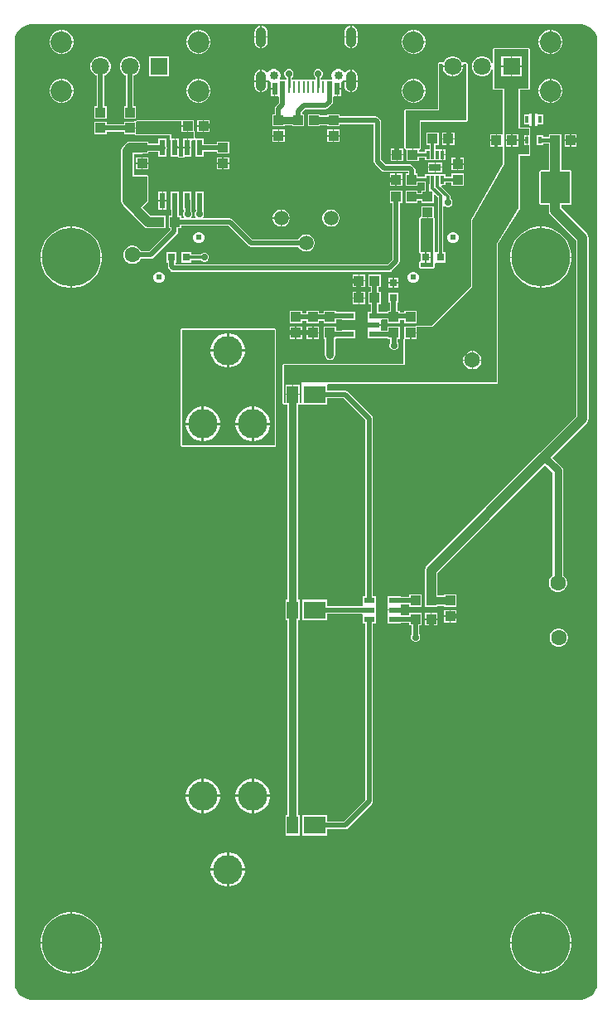
<source format=gtl>
G04*
G04 #@! TF.GenerationSoftware,Altium Limited,Altium Designer,22.2.1 (43)*
G04*
G04 Layer_Physical_Order=1*
G04 Layer_Color=255*
%FSLAX44Y44*%
%MOMM*%
G71*
G04*
G04 #@! TF.SameCoordinates,759879DA-5FB0-46B3-BA1E-0A648CFA67EC*
G04*
G04*
G04 #@! TF.FilePolarity,Positive*
G04*
G01*
G75*
%ADD10C,0.2540*%
%ADD11C,0.3000*%
%ADD13R,1.1000X0.6000*%
%ADD14R,0.6000X1.5500*%
%ADD15R,0.4000X0.7500*%
%ADD16R,0.3500X0.7500*%
%ADD17R,1.1938X0.7874*%
%ADD18R,0.3048X0.8636*%
%ADD19R,1.0000X1.0000*%
%ADD20R,1.0000X1.0000*%
%ADD21R,2.2500X1.8000*%
%ADD22R,1.1500X1.8000*%
%ADD23R,0.8000X0.8000*%
%ADD24R,0.2000X1.2500*%
%ADD25R,0.5000X1.2500*%
%ADD26R,0.8000X0.8000*%
%ADD51C,0.5000*%
%ADD52C,1.0000*%
%ADD53C,0.8000*%
%ADD54C,0.6000*%
%ADD55C,0.4000*%
%ADD56C,1.6000*%
%ADD57C,2.2000*%
%ADD58R,1.8000X1.8000*%
%ADD59C,1.8000*%
%ADD60C,1.5000*%
%ADD61C,6.0000*%
%ADD62C,0.6096*%
%ADD63C,3.0000*%
%ADD64O,1.0500X2.0500*%
%ADD65C,0.8500*%
%ADD66C,0.7000*%
G36*
X580000Y997961D02*
X581769D01*
X585239Y997271D01*
X588508Y995917D01*
X591449Y993951D01*
X593951Y991449D01*
X595917Y988508D01*
X597271Y985239D01*
X597961Y981769D01*
X597961Y980000D01*
X597961Y20000D01*
X597961Y18231D01*
X597271Y14761D01*
X595917Y11492D01*
X593951Y8551D01*
X591449Y6049D01*
X588508Y4083D01*
X585239Y2729D01*
X581769Y2039D01*
X18231D01*
X14761Y2729D01*
X11492Y4083D01*
X8551Y6049D01*
X6049Y8551D01*
X4083Y11492D01*
X2729Y14761D01*
X2039Y18231D01*
Y20000D01*
Y980000D01*
Y981769D01*
X2729Y985239D01*
X4083Y988508D01*
X6049Y991449D01*
X8551Y993951D01*
X11492Y995917D01*
X14761Y997271D01*
X18231Y997961D01*
X20000Y997961D01*
X580000Y997961D01*
D02*
G37*
%LPC*%
G36*
X346735Y996493D02*
Y985635D01*
X352676D01*
Y990000D01*
X352452Y991702D01*
X351795Y993288D01*
X350750Y994650D01*
X349388Y995695D01*
X347802Y996352D01*
X346735Y996493D01*
D02*
G37*
G36*
X254535D02*
Y985635D01*
X260476D01*
Y990000D01*
X260252Y991702D01*
X259595Y993288D01*
X258550Y994650D01*
X257188Y995695D01*
X255602Y996352D01*
X254535Y996493D01*
D02*
G37*
G36*
X345465D02*
X344398Y996352D01*
X342812Y995695D01*
X341450Y994650D01*
X340405Y993288D01*
X339748Y991702D01*
X339524Y990000D01*
Y985635D01*
X345465D01*
Y996493D01*
D02*
G37*
G36*
X253265D02*
X252198Y996352D01*
X250612Y995695D01*
X249250Y994650D01*
X248205Y993288D01*
X247548Y991702D01*
X247324Y990000D01*
Y985635D01*
X253265D01*
Y996493D01*
D02*
G37*
G36*
X551615Y992270D02*
X550635D01*
Y980635D01*
X562270D01*
Y981615D01*
X561434Y984736D01*
X559818Y987534D01*
X557534Y989818D01*
X554736Y991434D01*
X551615Y992270D01*
D02*
G37*
G36*
X549365D02*
X548385D01*
X545264Y991434D01*
X542466Y989818D01*
X540182Y987534D01*
X538566Y984736D01*
X537730Y981615D01*
Y980635D01*
X549365D01*
Y992270D01*
D02*
G37*
G36*
X191615D02*
X190635D01*
Y980635D01*
X202270D01*
Y981615D01*
X201434Y984736D01*
X199818Y987534D01*
X197534Y989818D01*
X194736Y991434D01*
X191615Y992270D01*
D02*
G37*
G36*
X189365D02*
X188385D01*
X185264Y991434D01*
X182466Y989818D01*
X180182Y987534D01*
X178566Y984736D01*
X177730Y981615D01*
Y980635D01*
X189365D01*
Y992270D01*
D02*
G37*
G36*
X411615D02*
X410635D01*
Y980635D01*
X422270D01*
Y981615D01*
X421434Y984736D01*
X419818Y987534D01*
X417534Y989818D01*
X414736Y991434D01*
X411615Y992270D01*
D02*
G37*
G36*
X51615D02*
X50635D01*
Y980635D01*
X62270D01*
Y981615D01*
X61434Y984736D01*
X59818Y987534D01*
X57534Y989818D01*
X54736Y991434D01*
X51615Y992270D01*
D02*
G37*
G36*
X409365D02*
X408385D01*
X405264Y991434D01*
X402466Y989818D01*
X400182Y987534D01*
X398566Y984736D01*
X397730Y981615D01*
Y980635D01*
X409365D01*
Y992270D01*
D02*
G37*
G36*
X49365D02*
X48385D01*
X45264Y991434D01*
X42466Y989818D01*
X40181Y987534D01*
X38566Y984736D01*
X37730Y981615D01*
Y980635D01*
X49365D01*
Y992270D01*
D02*
G37*
G36*
X345465Y984365D02*
X339524D01*
Y980000D01*
X339748Y978298D01*
X340405Y976712D01*
X341450Y975350D01*
X342812Y974305D01*
X344398Y973648D01*
X345465Y973507D01*
Y984365D01*
D02*
G37*
G36*
X253265D02*
X247324D01*
Y980000D01*
X247548Y978298D01*
X248205Y976712D01*
X249250Y975350D01*
X250612Y974305D01*
X252198Y973648D01*
X253265Y973507D01*
Y984365D01*
D02*
G37*
G36*
X352676D02*
X346735D01*
Y973507D01*
X347802Y973648D01*
X349388Y974305D01*
X350750Y975350D01*
X351795Y976712D01*
X352452Y978298D01*
X352676Y980000D01*
Y984365D01*
D02*
G37*
G36*
X260476D02*
X254535D01*
Y973507D01*
X255602Y973648D01*
X257188Y974305D01*
X258550Y975350D01*
X259595Y976712D01*
X260252Y978298D01*
X260476Y980000D01*
Y984365D01*
D02*
G37*
G36*
X562270Y979365D02*
X550635D01*
Y967730D01*
X551615D01*
X554736Y968566D01*
X557534Y970182D01*
X559818Y972466D01*
X561434Y975264D01*
X562270Y978385D01*
Y979365D01*
D02*
G37*
G36*
X549365D02*
X537730D01*
Y978385D01*
X538566Y975264D01*
X540182Y972466D01*
X542466Y970182D01*
X545264Y968566D01*
X548385Y967730D01*
X549365D01*
Y979365D01*
D02*
G37*
G36*
X422270Y979365D02*
X410635D01*
Y967730D01*
X411615D01*
X414736Y968566D01*
X417534Y970182D01*
X419818Y972466D01*
X421434Y975264D01*
X422270Y978385D01*
Y979365D01*
D02*
G37*
G36*
X409365D02*
X397730D01*
Y978385D01*
X398566Y975264D01*
X400182Y972466D01*
X402466Y970182D01*
X405264Y968566D01*
X408385Y967730D01*
X409365D01*
Y979365D01*
D02*
G37*
G36*
X202270Y979365D02*
X190635D01*
Y967730D01*
X191615D01*
X194736Y968566D01*
X197534Y970182D01*
X199818Y972466D01*
X201434Y975264D01*
X202270Y978385D01*
Y979365D01*
D02*
G37*
G36*
X189365D02*
X177730D01*
Y978385D01*
X178566Y975264D01*
X180182Y972466D01*
X182466Y970182D01*
X185264Y968566D01*
X188385Y967730D01*
X189365D01*
Y979365D01*
D02*
G37*
G36*
X62270Y979365D02*
X50635D01*
Y967730D01*
X51615D01*
X54736Y968566D01*
X57534Y970182D01*
X59818Y972466D01*
X61434Y975264D01*
X62270Y978385D01*
Y979365D01*
D02*
G37*
G36*
X49365D02*
X37730D01*
Y978385D01*
X38566Y975264D01*
X40181Y972466D01*
X42466Y970182D01*
X45264Y968566D01*
X48385Y967730D01*
X49365D01*
Y979365D01*
D02*
G37*
G36*
X451352Y965270D02*
X448648D01*
X446036Y964570D01*
X443694Y963218D01*
X441782Y961306D01*
X440707Y959444D01*
X440666Y959382D01*
X440540Y959218D01*
X439398Y958881D01*
X439174Y958863D01*
X439082Y958838D01*
X438994Y958875D01*
X436000D01*
X435028Y958472D01*
X434625Y957500D01*
Y911375D01*
X402000D01*
X401028Y910972D01*
X400625Y910000D01*
Y871938D01*
X400793Y871533D01*
X400903Y871110D01*
X401633Y870142D01*
X401720Y870091D01*
X401758Y869998D01*
X402162Y869830D01*
X402539Y869609D01*
X402730Y868397D01*
Y858430D01*
X415270D01*
Y861876D01*
X421706D01*
Y859112D01*
X438865D01*
Y864700D01*
Y870288D01*
X432284D01*
Y874730D01*
X435730D01*
Y887270D01*
X423190D01*
Y874730D01*
X426636D01*
Y870288D01*
X421706D01*
Y867524D01*
X416112D01*
X415552Y868437D01*
X415799Y869642D01*
X415879Y869847D01*
X416242Y869998D01*
X416281Y870091D01*
X416367Y870142D01*
X417097Y871110D01*
X417207Y871533D01*
X417375Y871938D01*
Y898625D01*
X464000D01*
X464972Y899028D01*
X465375Y900000D01*
Y957500D01*
X464972Y958472D01*
X464000Y958875D01*
X461006D01*
X460918Y958838D01*
X460826Y958863D01*
X459661Y958957D01*
X459313Y959410D01*
X458218Y961306D01*
X456306Y963218D01*
X453964Y964570D01*
X451352Y965270D01*
D02*
G37*
G36*
X527500Y973875D02*
X492500D01*
X491528Y973472D01*
X491125Y972500D01*
Y958067D01*
X489855Y957899D01*
X489570Y958964D01*
X488218Y961306D01*
X486306Y963218D01*
X483964Y964570D01*
X481352Y965270D01*
X478648D01*
X476036Y964570D01*
X473694Y963218D01*
X471782Y961306D01*
X470430Y958964D01*
X469730Y956352D01*
Y953648D01*
X470430Y951036D01*
X471782Y948694D01*
X473694Y946782D01*
X476036Y945430D01*
X478648Y944730D01*
X481352D01*
X483964Y945430D01*
X486306Y946782D01*
X488218Y948694D01*
X489570Y951036D01*
X489855Y952101D01*
X491125Y951933D01*
Y932500D01*
X491528Y931528D01*
X492500Y931125D01*
X501125D01*
Y886893D01*
X500770Y885770D01*
X499855Y885770D01*
X495135D01*
Y879500D01*
Y873230D01*
X500770Y873230D01*
X501125Y872107D01*
Y855362D01*
X468804Y798325D01*
X468761Y797974D01*
X468625Y797647D01*
X468625Y742692D01*
Y730559D01*
X429421Y690375D01*
X413270D01*
X412298Y689972D01*
X412007Y689270D01*
X400730D01*
Y677993D01*
X400028Y677702D01*
X399625Y676730D01*
Y651375D01*
X277500D01*
X276528Y650972D01*
X276125Y650000D01*
Y611000D01*
X276528Y610028D01*
X277500Y609625D01*
X279280D01*
X279533Y609730D01*
X280927D01*
Y410270D01*
X279280D01*
Y389730D01*
X280927D01*
Y190270D01*
X279280D01*
Y169730D01*
X293320D01*
Y190270D01*
X291673D01*
Y389730D01*
X293320D01*
Y410270D01*
X291673D01*
Y609730D01*
X293067D01*
X293320Y609625D01*
X294953D01*
X295000Y609625D01*
X296180Y609730D01*
X296180Y609730D01*
X321220D01*
Y616156D01*
X338408D01*
X360656Y593908D01*
Y413770D01*
X357730D01*
Y405540D01*
X357730Y405230D01*
Y404270D01*
X357304Y403844D01*
X321220D01*
Y410270D01*
X296180D01*
Y389730D01*
X321220D01*
Y396156D01*
X357304D01*
X357730Y395730D01*
Y394770D01*
X357730Y394460D01*
Y386230D01*
X360656D01*
Y206092D01*
X338408Y183844D01*
X321220D01*
Y190270D01*
X296180D01*
Y169730D01*
X321220D01*
Y176156D01*
X340000D01*
X340000Y176156D01*
X341471Y176449D01*
X342718Y177282D01*
X367218Y201782D01*
X367218Y201782D01*
X368051Y203029D01*
X368344Y204500D01*
X368344Y204500D01*
Y386230D01*
X371270D01*
Y394460D01*
X371270Y394770D01*
Y395730D01*
X371270Y396040D01*
Y403960D01*
X371270Y404270D01*
Y405230D01*
X371270Y405540D01*
Y413770D01*
X368344D01*
Y595500D01*
X368344Y595500D01*
X368051Y596971D01*
X367218Y598218D01*
X367218Y598218D01*
X342718Y622718D01*
X341471Y623551D01*
X340000Y623844D01*
X340000Y623844D01*
X321220D01*
Y630270D01*
X322136Y631125D01*
X495000D01*
X495972Y631528D01*
X496375Y632500D01*
Y773606D01*
X518666Y809271D01*
X518729Y809648D01*
X518875Y810000D01*
Y863625D01*
X527834D01*
X528806Y864028D01*
X529208Y865000D01*
Y874480D01*
X529270D01*
Y884520D01*
X529208D01*
Y891364D01*
X528806Y892336D01*
X527834Y892738D01*
X518875D01*
Y931125D01*
X527500D01*
X528472Y931528D01*
X528875Y932500D01*
Y972500D01*
X528472Y973472D01*
X527500Y973875D01*
D02*
G37*
G36*
X160270Y965270D02*
X139730D01*
Y944730D01*
X160270D01*
Y965270D01*
D02*
G37*
G36*
X333894Y952390D02*
X332106D01*
X330379Y951927D01*
X328831Y951033D01*
X327567Y949769D01*
X326673Y948221D01*
X326210Y946494D01*
Y944706D01*
X326673Y942979D01*
X326926Y942540D01*
X326193Y941270D01*
X321040D01*
X320230Y941270D01*
X318960Y941270D01*
X315230Y941270D01*
X315090Y942482D01*
Y943410D01*
X315202Y943456D01*
X316544Y944798D01*
X317270Y946551D01*
Y948449D01*
X316544Y950202D01*
X315202Y951544D01*
X313449Y952270D01*
X311551D01*
X309798Y951544D01*
X308456Y950202D01*
X307730Y948449D01*
Y946551D01*
X308456Y944798D01*
X309798Y943456D01*
X309910Y943410D01*
Y942482D01*
X309770Y941270D01*
X308640Y941270D01*
X305230Y941270D01*
X303960Y941270D01*
X300230Y941270D01*
X298960Y941270D01*
X295230Y941270D01*
X293960Y941270D01*
X290230Y941270D01*
X288960Y941270D01*
X285230Y941270D01*
X285090Y942482D01*
Y943410D01*
X285202Y943456D01*
X286544Y944798D01*
X287270Y946551D01*
Y948449D01*
X286544Y950202D01*
X285202Y951544D01*
X283449Y952270D01*
X281551D01*
X279798Y951544D01*
X278456Y950202D01*
X277730Y948449D01*
Y946551D01*
X278456Y944798D01*
X279798Y943456D01*
X279910Y943410D01*
Y942482D01*
X279770Y941270D01*
X278640Y941270D01*
X273807D01*
X273074Y942540D01*
X273327Y942979D01*
X273790Y944706D01*
Y946494D01*
X273327Y948221D01*
X272433Y949769D01*
X271169Y951033D01*
X269621Y951927D01*
X267894Y952390D01*
X266106D01*
X264379Y951927D01*
X262831Y951033D01*
X261567Y949769D01*
X260862Y948549D01*
X260141Y948400D01*
X259883Y948399D01*
X259433Y948500D01*
X258550Y949650D01*
X257188Y950695D01*
X255602Y951352D01*
X254535Y951493D01*
Y940635D01*
X260476D01*
Y940788D01*
X261012Y941104D01*
X261746Y941251D01*
X262831Y940167D01*
X264230Y939359D01*
Y932635D01*
X268000D01*
Y932000D01*
X268635D01*
Y924480D01*
X271770D01*
X272156Y923370D01*
Y917592D01*
X269282Y914718D01*
X268449Y913471D01*
X268156Y912000D01*
X268156Y912000D01*
Y906270D01*
X265730D01*
Y893730D01*
X278270D01*
Y894627D01*
X285730D01*
Y893730D01*
X298270D01*
Y906270D01*
X295915D01*
Y907979D01*
X299092Y911156D01*
X320000D01*
X320000Y911156D01*
X321471Y911449D01*
X322718Y912282D01*
X326718Y916282D01*
X326718Y916282D01*
X327551Y917529D01*
X327844Y919000D01*
X327844Y919000D01*
Y923370D01*
X328230Y924480D01*
X331365D01*
Y932000D01*
X332000D01*
Y932635D01*
X335770D01*
Y939359D01*
X337169Y940167D01*
X338254Y941251D01*
X338988Y941104D01*
X339524Y940788D01*
Y940635D01*
X345465D01*
Y951493D01*
X344398Y951352D01*
X342812Y950695D01*
X341450Y949650D01*
X340567Y948500D01*
X340117Y948399D01*
X339859Y948400D01*
X339138Y948549D01*
X338433Y949769D01*
X337169Y951033D01*
X335621Y951927D01*
X333894Y952390D01*
D02*
G37*
G36*
X346735Y951493D02*
Y940635D01*
X352676D01*
Y945000D01*
X352452Y946702D01*
X351795Y948288D01*
X350750Y949650D01*
X349388Y950695D01*
X347802Y951352D01*
X346735Y951493D01*
D02*
G37*
G36*
X253265D02*
X252198Y951352D01*
X250612Y950695D01*
X249250Y949650D01*
X248205Y948288D01*
X247548Y946702D01*
X247324Y945000D01*
Y940635D01*
X253265D01*
Y951493D01*
D02*
G37*
G36*
X551615Y942270D02*
X550635D01*
Y930635D01*
X562270D01*
Y931615D01*
X561434Y934736D01*
X559818Y937534D01*
X557534Y939818D01*
X554736Y941434D01*
X551615Y942270D01*
D02*
G37*
G36*
X549365D02*
X548385D01*
X545264Y941434D01*
X542466Y939818D01*
X540182Y937534D01*
X538566Y934736D01*
X537730Y931615D01*
Y930635D01*
X549365D01*
Y942270D01*
D02*
G37*
G36*
X191615D02*
X190635D01*
Y930635D01*
X202270D01*
Y931615D01*
X201434Y934736D01*
X199818Y937534D01*
X197534Y939818D01*
X194736Y941434D01*
X191615Y942270D01*
D02*
G37*
G36*
X189365D02*
X188385D01*
X185264Y941434D01*
X182466Y939818D01*
X180182Y937534D01*
X178566Y934736D01*
X177730Y931615D01*
Y930635D01*
X189365D01*
Y942270D01*
D02*
G37*
G36*
X411615D02*
X410635D01*
Y930635D01*
X422270D01*
Y931615D01*
X421434Y934736D01*
X419818Y937534D01*
X417534Y939818D01*
X414736Y941434D01*
X411615Y942270D01*
D02*
G37*
G36*
X51615D02*
X50635D01*
Y930635D01*
X62270D01*
Y931615D01*
X61434Y934736D01*
X59818Y937534D01*
X57534Y939818D01*
X54736Y941434D01*
X51615Y942270D01*
D02*
G37*
G36*
X409365D02*
X408385D01*
X405264Y941434D01*
X402466Y939818D01*
X400182Y937534D01*
X398566Y934736D01*
X397730Y931615D01*
Y930635D01*
X409365D01*
Y942270D01*
D02*
G37*
G36*
X49365D02*
X48385D01*
X45264Y941434D01*
X42466Y939818D01*
X40181Y937534D01*
X38566Y934736D01*
X37730Y931615D01*
Y930635D01*
X49365D01*
Y942270D01*
D02*
G37*
G36*
X352676Y939365D02*
X346735D01*
Y928507D01*
X347802Y928648D01*
X349388Y929305D01*
X350750Y930350D01*
X351795Y931712D01*
X352452Y933298D01*
X352676Y935000D01*
Y939365D01*
D02*
G37*
G36*
X260476D02*
X254535D01*
Y928507D01*
X255602Y928648D01*
X257188Y929305D01*
X258550Y930350D01*
X259595Y931712D01*
X260252Y933298D01*
X260476Y935000D01*
Y939365D01*
D02*
G37*
G36*
X345465D02*
X339524D01*
Y935000D01*
X339748Y933298D01*
X340405Y931712D01*
X341450Y930350D01*
X342812Y929305D01*
X344398Y928648D01*
X345465Y928507D01*
Y939365D01*
D02*
G37*
G36*
X253265D02*
X247324D01*
Y935000D01*
X247548Y933298D01*
X248205Y931712D01*
X249250Y930350D01*
X250612Y929305D01*
X252198Y928648D01*
X253265Y928507D01*
Y939365D01*
D02*
G37*
G36*
X335770Y931365D02*
X332635D01*
Y924480D01*
X335770D01*
Y931365D01*
D02*
G37*
G36*
X267365D02*
X264230D01*
Y924480D01*
X267365D01*
Y931365D01*
D02*
G37*
G36*
X562270Y929365D02*
X550635D01*
Y917730D01*
X551615D01*
X554736Y918566D01*
X557534Y920182D01*
X559818Y922466D01*
X561434Y925264D01*
X562270Y928385D01*
Y929365D01*
D02*
G37*
G36*
X549365D02*
X537730D01*
Y928385D01*
X538566Y925264D01*
X540182Y922466D01*
X542466Y920182D01*
X545264Y918566D01*
X548385Y917730D01*
X549365D01*
Y929365D01*
D02*
G37*
G36*
X422270Y929365D02*
X410635D01*
Y917730D01*
X411615D01*
X414736Y918566D01*
X417534Y920182D01*
X419818Y922466D01*
X421434Y925264D01*
X422270Y928385D01*
Y929365D01*
D02*
G37*
G36*
X409365D02*
X397730D01*
Y928385D01*
X398566Y925264D01*
X400182Y922466D01*
X402466Y920182D01*
X405264Y918566D01*
X408385Y917730D01*
X409365D01*
Y929365D01*
D02*
G37*
G36*
X202270Y929365D02*
X190635D01*
Y917730D01*
X191615D01*
X194736Y918566D01*
X197534Y920182D01*
X199818Y922466D01*
X201434Y925264D01*
X202270Y928385D01*
Y929365D01*
D02*
G37*
G36*
X189365D02*
X177730D01*
Y928385D01*
X178566Y925264D01*
X180182Y922466D01*
X182466Y920182D01*
X185264Y918566D01*
X188385Y917730D01*
X189365D01*
Y929365D01*
D02*
G37*
G36*
X62270Y929365D02*
X50635D01*
Y917730D01*
X51615D01*
X54736Y918566D01*
X57534Y920182D01*
X59818Y922466D01*
X61434Y925264D01*
X62270Y928385D01*
Y929365D01*
D02*
G37*
G36*
X49365D02*
X37730D01*
Y928385D01*
X38566Y925264D01*
X40181Y922466D01*
X42466Y920182D01*
X45264Y918566D01*
X48385Y917730D01*
X49365D01*
Y929365D01*
D02*
G37*
G36*
X334270Y906270D02*
X321730D01*
Y905373D01*
X314270D01*
Y906270D01*
X301730D01*
Y893730D01*
X314270D01*
Y894627D01*
X321730D01*
Y893730D01*
X334270D01*
Y896156D01*
X369156D01*
Y858000D01*
X369156Y858000D01*
X369449Y856529D01*
X370282Y855282D01*
X377282Y848282D01*
X377282Y848282D01*
X378529Y847449D01*
X380000Y847156D01*
X380000Y847156D01*
X404156D01*
Y845570D01*
X401730D01*
Y833030D01*
X414270D01*
Y836476D01*
X421556D01*
Y828270D01*
X418110D01*
Y825844D01*
X414270D01*
Y828270D01*
X401730D01*
Y815730D01*
X414270D01*
Y818156D01*
X418110D01*
Y815730D01*
X430650D01*
Y823994D01*
X431823Y824480D01*
X434676Y821628D01*
Y766168D01*
X433778Y765270D01*
X432230Y765270D01*
X431375Y766186D01*
Y799730D01*
X430972Y800702D01*
X430650Y800835D01*
Y812270D01*
X418110D01*
Y802213D01*
X417658Y801028D01*
X416548Y800642D01*
X416316Y800435D01*
X416028Y800316D01*
X415938Y800099D01*
X415762Y799942D01*
X415745Y799631D01*
X415625Y799344D01*
Y766445D01*
X415678Y766317D01*
X415651Y766181D01*
X415881Y765006D01*
X416104Y764670D01*
X416258Y764298D01*
X416386Y764245D01*
X416463Y764129D01*
X416858Y764050D01*
X417230Y763895D01*
Y756105D01*
X416858Y755950D01*
X416463Y755871D01*
X416386Y755755D01*
X416258Y755702D01*
X416104Y755330D01*
X415881Y754994D01*
X415651Y753819D01*
X415678Y753683D01*
X415625Y753555D01*
Y750000D01*
X416028Y749028D01*
X417000Y748625D01*
X430000D01*
X430972Y749028D01*
X431375Y750000D01*
Y753814D01*
X432230Y754730D01*
X432645Y754730D01*
X442770D01*
Y765270D01*
X440324D01*
Y812134D01*
X441594Y812660D01*
X442298Y811956D01*
X444051Y811230D01*
X445949D01*
X447702Y811956D01*
X449044Y813298D01*
X449770Y815051D01*
Y816949D01*
X449044Y818702D01*
X447824Y819921D01*
Y822000D01*
X447824Y822000D01*
X447609Y823081D01*
X446997Y823997D01*
X446997Y823997D01*
X438552Y832442D01*
X439078Y833712D01*
X442294D01*
Y836476D01*
X448730D01*
Y833030D01*
X461270D01*
Y845570D01*
X448730D01*
Y842124D01*
X442294D01*
Y844888D01*
X421706D01*
Y842124D01*
X414270D01*
Y845570D01*
X411844D01*
Y849242D01*
X411844Y849243D01*
X411551Y850714D01*
X410718Y851961D01*
X410718Y851961D01*
X408961Y853718D01*
X407714Y854551D01*
X406243Y854844D01*
X406242Y854844D01*
X381592D01*
X376844Y859592D01*
Y898242D01*
X376844Y898243D01*
X376551Y899714D01*
X375718Y900961D01*
X375718Y900961D01*
X373961Y902718D01*
X372714Y903551D01*
X371243Y903844D01*
X371242Y903844D01*
X334270D01*
Y906270D01*
D02*
G37*
G36*
X121352Y965270D02*
X118648D01*
X116036Y964570D01*
X113694Y963218D01*
X111782Y961306D01*
X110430Y958964D01*
X109730Y956352D01*
Y953648D01*
X110430Y951036D01*
X111782Y948694D01*
X113694Y946782D01*
X116036Y945430D01*
X116156Y945398D01*
Y914270D01*
X113730D01*
Y901730D01*
X126270D01*
Y914270D01*
X123844D01*
Y945398D01*
X123964Y945430D01*
X126306Y946782D01*
X128218Y948694D01*
X129570Y951036D01*
X130270Y953648D01*
Y956352D01*
X129570Y958964D01*
X128218Y961306D01*
X126306Y963218D01*
X123964Y964570D01*
X121352Y965270D01*
D02*
G37*
G36*
X91352D02*
X88648D01*
X86036Y964570D01*
X83694Y963218D01*
X81782Y961306D01*
X80430Y958964D01*
X79730Y956352D01*
Y953648D01*
X80430Y951036D01*
X81782Y948694D01*
X83694Y946782D01*
X86036Y945430D01*
X86156Y945398D01*
Y914270D01*
X83730D01*
Y901730D01*
X96270D01*
Y914270D01*
X93844D01*
Y945398D01*
X93964Y945430D01*
X96306Y946782D01*
X98218Y948694D01*
X99570Y951036D01*
X100270Y953648D01*
Y956352D01*
X99570Y958964D01*
X98218Y961306D01*
X96306Y963218D01*
X93964Y964570D01*
X91352Y965270D01*
D02*
G37*
G36*
X172730Y900375D02*
X127968Y900375D01*
X127707Y900267D01*
X127425Y900263D01*
X125727Y899533D01*
X125542Y899343D01*
X125298Y899242D01*
X125190Y898981D01*
X124993Y898779D01*
X123824Y898270D01*
X113730D01*
Y895844D01*
X96270D01*
Y898270D01*
X83730D01*
Y885730D01*
X96270D01*
Y888156D01*
X113730D01*
Y885730D01*
X125007D01*
X125298Y885028D01*
X126270Y884625D01*
X160625D01*
Y881020D01*
X161028Y880048D01*
X161880Y879695D01*
Y862980D01*
X169054D01*
X169448Y862028D01*
X170420Y861625D01*
X174580D01*
X175552Y862028D01*
X175946Y862980D01*
X183120D01*
Y878442D01*
X183329Y879661D01*
X184979Y879915D01*
X185209Y879951D01*
X185726Y880236D01*
X185972Y880338D01*
X186070Y880425D01*
X187262Y880115D01*
X187280Y879873D01*
X187280Y879871D01*
X187280Y879793D01*
Y862980D01*
X195820D01*
Y868156D01*
X208730D01*
Y865730D01*
X221270D01*
Y878270D01*
X208730D01*
Y875844D01*
X195820D01*
Y881020D01*
X187548Y881020D01*
X187189Y881109D01*
X186715Y881570D01*
X186375Y882793D01*
Y887730D01*
X185972Y888702D01*
X185270Y888993D01*
Y900270D01*
X172983D01*
X172730Y900375D01*
D02*
G37*
G36*
X201270Y900270D02*
X195635D01*
Y894635D01*
X201270D01*
Y900270D01*
D02*
G37*
G36*
X194365D02*
X188730D01*
Y894635D01*
X194365D01*
Y900270D01*
D02*
G37*
G36*
X536790Y906790D02*
X534500D01*
Y900500D01*
Y894210D01*
X536790D01*
Y895480D01*
X542270D01*
Y905520D01*
X536790D01*
Y906790D01*
D02*
G37*
G36*
X530500D02*
X528210D01*
Y905520D01*
X522730D01*
Y895480D01*
X528210D01*
Y894210D01*
X530500D01*
Y900500D01*
Y906790D01*
D02*
G37*
G36*
X201270Y893365D02*
X195635D01*
Y887730D01*
X201270D01*
Y893365D01*
D02*
G37*
G36*
X194365D02*
X188730D01*
Y887730D01*
X194365D01*
Y893365D01*
D02*
G37*
G36*
X334270Y890270D02*
X328635D01*
Y884635D01*
X334270D01*
Y890270D01*
D02*
G37*
G36*
X278270D02*
X272635D01*
Y884635D01*
X278270D01*
Y890270D01*
D02*
G37*
G36*
X327365D02*
X321730D01*
Y884635D01*
X327365D01*
Y890270D01*
D02*
G37*
G36*
X271365D02*
X265730D01*
Y884635D01*
X271365D01*
Y890270D01*
D02*
G37*
G36*
X554500Y885893D02*
X553882Y885770D01*
X548230D01*
Y882834D01*
X542270D01*
Y884520D01*
X535730D01*
Y879822D01*
X535666Y879500D01*
X535730Y879178D01*
Y874480D01*
X542270D01*
Y876166D01*
X548107D01*
Y848875D01*
X540000D01*
X539028Y848472D01*
X538625Y847500D01*
Y815000D01*
X539028Y814028D01*
X540000Y813625D01*
X548107D01*
Y808000D01*
X548594Y805554D01*
X549980Y803480D01*
X576107Y777352D01*
Y597648D01*
X539230Y560770D01*
X423480Y445020D01*
X422094Y442946D01*
X421607Y440500D01*
Y409500D01*
X421730Y408882D01*
Y403230D01*
X427383D01*
X428000Y403107D01*
X428618Y403230D01*
X434270D01*
Y404127D01*
X441230D01*
Y403230D01*
X453770D01*
Y415770D01*
X441230D01*
Y414873D01*
X434393D01*
Y437852D01*
X544471Y547930D01*
X552127Y540274D01*
Y435102D01*
X551808Y434918D01*
X550082Y433192D01*
X548862Y431078D01*
X548230Y428720D01*
Y426280D01*
X548862Y423922D01*
X550082Y421808D01*
X551808Y420082D01*
X553922Y418862D01*
X556280Y418230D01*
X558720D01*
X561078Y418862D01*
X563192Y420082D01*
X564918Y421808D01*
X566138Y423922D01*
X566770Y426280D01*
Y428720D01*
X566138Y431078D01*
X564918Y433192D01*
X563192Y434918D01*
X562873Y435102D01*
Y542500D01*
X562464Y544556D01*
X561300Y546300D01*
X552070Y555529D01*
X587020Y590480D01*
X588406Y592554D01*
X588893Y595000D01*
Y780000D01*
X588406Y782446D01*
X587020Y784520D01*
X560893Y810648D01*
Y813625D01*
X570000D01*
X570972Y814028D01*
X571375Y815000D01*
Y847500D01*
X570972Y848472D01*
X570000Y848875D01*
X560893D01*
Y879500D01*
X560770Y880117D01*
Y885770D01*
X555117D01*
X554500Y885893D01*
D02*
G37*
G36*
X451730Y887270D02*
X446095D01*
Y881635D01*
X451730D01*
Y887270D01*
D02*
G37*
G36*
X444825D02*
X439190D01*
Y881635D01*
X444825D01*
Y887270D01*
D02*
G37*
G36*
X576770Y885770D02*
X571135D01*
Y880135D01*
X576770D01*
Y885770D01*
D02*
G37*
G36*
X493865D02*
X488230D01*
Y880135D01*
X493865D01*
Y885770D01*
D02*
G37*
G36*
X569865D02*
X564230D01*
Y880135D01*
X569865D01*
Y885770D01*
D02*
G37*
G36*
X334270Y883365D02*
X328635D01*
Y877730D01*
X334270D01*
Y883365D01*
D02*
G37*
G36*
X327365D02*
X321730D01*
Y877730D01*
X327365D01*
Y883365D01*
D02*
G37*
G36*
X278270D02*
X272635D01*
Y877730D01*
X278270D01*
Y883365D01*
D02*
G37*
G36*
X271365D02*
X265730D01*
Y877730D01*
X271365D01*
Y883365D01*
D02*
G37*
G36*
X157720Y881020D02*
X149180D01*
Y876354D01*
X138770D01*
Y878270D01*
X133118D01*
X132500Y878393D01*
X120429D01*
X117983Y877906D01*
X115908Y876520D01*
X112980Y873592D01*
X111594Y871517D01*
X111107Y869071D01*
Y837500D01*
Y817500D01*
X111594Y815054D01*
X112980Y812980D01*
X134480Y791480D01*
X136553Y790094D01*
X139000Y789607D01*
X150000D01*
X150618Y789730D01*
X156270D01*
Y795383D01*
X156393Y796000D01*
X156270Y796618D01*
Y802270D01*
X150618D01*
X150000Y802393D01*
X141648D01*
X132992Y811048D01*
X138472Y816528D01*
X138875Y817500D01*
X138875Y817500D01*
Y842500D01*
X138472Y843472D01*
X137500Y843875D01*
X123893D01*
Y865607D01*
X132500D01*
X133118Y865730D01*
X138770D01*
Y867646D01*
X149180D01*
Y862980D01*
X157720D01*
Y871580D01*
X157804Y872000D01*
X157720Y872421D01*
Y881020D01*
D02*
G37*
G36*
X451730Y880365D02*
X446095D01*
Y874730D01*
X451730D01*
Y880365D01*
D02*
G37*
G36*
X444825D02*
X439190D01*
Y874730D01*
X444825D01*
Y880365D01*
D02*
G37*
G36*
X576770Y878865D02*
X571135D01*
Y873230D01*
X576770D01*
Y878865D01*
D02*
G37*
G36*
X569865D02*
X564230D01*
Y873230D01*
X569865D01*
Y878865D01*
D02*
G37*
G36*
X493865D02*
X488230D01*
Y873230D01*
X493865D01*
Y878865D01*
D02*
G37*
G36*
X442294Y870288D02*
X440135D01*
Y865335D01*
X442294D01*
Y870288D01*
D02*
G37*
G36*
X399270Y870970D02*
X393635D01*
Y865335D01*
X399270D01*
Y870970D01*
D02*
G37*
G36*
X392365D02*
X386730D01*
Y865335D01*
X392365D01*
Y870970D01*
D02*
G37*
G36*
X442294Y864065D02*
X440135D01*
Y859112D01*
X442294D01*
Y864065D01*
D02*
G37*
G36*
X399270Y864065D02*
X393635D01*
Y858430D01*
X399270D01*
Y864065D01*
D02*
G37*
G36*
X392365D02*
X386730D01*
Y858430D01*
X392365D01*
Y864065D01*
D02*
G37*
G36*
X221270Y862270D02*
X215635D01*
Y856635D01*
X221270D01*
Y862270D01*
D02*
G37*
G36*
X138770D02*
X133135D01*
Y856635D01*
X138770D01*
Y862270D01*
D02*
G37*
G36*
X214365D02*
X208730D01*
Y856635D01*
X214365D01*
Y862270D01*
D02*
G37*
G36*
X131865D02*
X126230D01*
Y856635D01*
X131865D01*
Y862270D01*
D02*
G37*
G36*
X461270Y861570D02*
X455635D01*
Y855935D01*
X461270D01*
Y861570D01*
D02*
G37*
G36*
X454365D02*
X448730D01*
Y855935D01*
X454365D01*
Y861570D01*
D02*
G37*
G36*
X439239Y857207D02*
X432635D01*
Y852635D01*
X439239D01*
Y857207D01*
D02*
G37*
G36*
X431365D02*
X424761D01*
Y852635D01*
X431365D01*
Y857207D01*
D02*
G37*
G36*
X221270Y855365D02*
X215635D01*
Y849730D01*
X221270D01*
Y855365D01*
D02*
G37*
G36*
X214365D02*
X208730D01*
Y849730D01*
X214365D01*
Y855365D01*
D02*
G37*
G36*
X138770D02*
X133135D01*
Y849730D01*
X138770D01*
Y855365D01*
D02*
G37*
G36*
X131865D02*
X126230D01*
Y849730D01*
X131865D01*
Y855365D01*
D02*
G37*
G36*
X461270Y854665D02*
X455635D01*
Y849030D01*
X461270D01*
Y854665D01*
D02*
G37*
G36*
X454365D02*
X448730D01*
Y849030D01*
X454365D01*
Y854665D01*
D02*
G37*
G36*
X439239Y851365D02*
X432635D01*
Y846793D01*
X439239D01*
Y851365D01*
D02*
G37*
G36*
X431365D02*
X424761D01*
Y846793D01*
X431365D01*
Y851365D01*
D02*
G37*
G36*
X398270Y845570D02*
X392635D01*
Y839935D01*
X398270D01*
Y845570D01*
D02*
G37*
G36*
X391365D02*
X385730D01*
Y839935D01*
X391365D01*
Y845570D01*
D02*
G37*
G36*
X398270Y838665D02*
X392635D01*
Y833030D01*
X398270D01*
Y838665D01*
D02*
G37*
G36*
X391365D02*
X385730D01*
Y833030D01*
X391365D01*
Y838665D01*
D02*
G37*
G36*
X157720Y827020D02*
X154085D01*
Y818635D01*
X157720D01*
Y827020D01*
D02*
G37*
G36*
X152815D02*
X149180D01*
Y818635D01*
X152815D01*
Y827020D01*
D02*
G37*
G36*
X157720Y817365D02*
X154085D01*
Y808980D01*
X157720D01*
Y817365D01*
D02*
G37*
G36*
X152815D02*
X149180D01*
Y808980D01*
X152815D01*
Y817365D01*
D02*
G37*
G36*
X275755Y808770D02*
X275235D01*
Y800635D01*
X283370D01*
Y801155D01*
X282772Y803385D01*
X281618Y805385D01*
X279985Y807018D01*
X277985Y808172D01*
X275755Y808770D01*
D02*
G37*
G36*
X273965D02*
X273445D01*
X271215Y808172D01*
X269215Y807018D01*
X267582Y805385D01*
X266428Y803385D01*
X265830Y801155D01*
Y800635D01*
X273965D01*
Y808770D01*
D02*
G37*
G36*
X195820Y827020D02*
X187280D01*
Y808980D01*
X187431D01*
Y807177D01*
X186956Y806702D01*
X186230Y804949D01*
Y803051D01*
X186956Y801298D01*
X187140Y801114D01*
X186614Y799844D01*
X183386D01*
X182860Y801114D01*
X183044Y801298D01*
X183770Y803051D01*
Y804949D01*
X183044Y806702D01*
X182769Y806977D01*
Y808980D01*
X183120D01*
Y827020D01*
X174580D01*
Y808980D01*
X175081D01*
Y806827D01*
X174956Y806702D01*
X174230Y804949D01*
Y803051D01*
X174956Y801298D01*
X175140Y801114D01*
X174614Y799844D01*
X172270D01*
Y802270D01*
X169919D01*
Y808980D01*
X170420D01*
Y827020D01*
X161880D01*
Y808980D01*
X162231D01*
Y802270D01*
X159730D01*
Y789730D01*
X161357D01*
Y788021D01*
X139680Y766344D01*
X130985D01*
X129918Y768192D01*
X128192Y769918D01*
X126078Y771138D01*
X123720Y771770D01*
X121280D01*
X118922Y771138D01*
X116808Y769918D01*
X115082Y768192D01*
X113862Y766078D01*
X113230Y763720D01*
Y761280D01*
X113862Y758922D01*
X115082Y756808D01*
X116808Y755082D01*
X118922Y753862D01*
X121280Y753230D01*
X123720D01*
X126078Y753862D01*
X128192Y755082D01*
X129918Y756808D01*
X130985Y758656D01*
X141272D01*
X141272Y758656D01*
X142743Y758949D01*
X143990Y759782D01*
X167919Y783711D01*
X167919Y783711D01*
X168752Y784958D01*
X169045Y786429D01*
Y789730D01*
X172270D01*
Y792156D01*
X220605D01*
X240879Y771882D01*
X240879Y771882D01*
X242126Y771049D01*
X243597Y770756D01*
X292093D01*
X292982Y769215D01*
X294615Y767582D01*
X296615Y766428D01*
X298845Y765830D01*
X301155D01*
X303385Y766428D01*
X305385Y767582D01*
X307018Y769215D01*
X308172Y771215D01*
X308770Y773445D01*
Y775755D01*
X308172Y777985D01*
X307018Y779985D01*
X305385Y781618D01*
X303385Y782772D01*
X301155Y783370D01*
X298845D01*
X296615Y782772D01*
X294615Y781618D01*
X292982Y779985D01*
X292093Y778444D01*
X245189D01*
X224915Y798718D01*
X223668Y799551D01*
X222197Y799844D01*
X222197Y799844D01*
X195386D01*
X194860Y801114D01*
X195044Y801298D01*
X195770Y803051D01*
Y804949D01*
X195119Y806521D01*
Y808980D01*
X195820D01*
Y827020D01*
D02*
G37*
G36*
X326555Y808770D02*
X324245D01*
X322015Y808172D01*
X320015Y807018D01*
X318382Y805385D01*
X317228Y803385D01*
X316630Y801155D01*
Y798845D01*
X317228Y796615D01*
X318382Y794615D01*
X320015Y792982D01*
X322015Y791828D01*
X324245Y791230D01*
X326555D01*
X328785Y791828D01*
X330785Y792982D01*
X332418Y794615D01*
X333572Y796615D01*
X334170Y798845D01*
Y801155D01*
X333572Y803385D01*
X332418Y805385D01*
X330785Y807018D01*
X328785Y808172D01*
X326555Y808770D01*
D02*
G37*
G36*
X283370Y799365D02*
X275235D01*
Y791230D01*
X275755D01*
X277985Y791828D01*
X279985Y792982D01*
X281618Y794615D01*
X282772Y796615D01*
X283370Y798845D01*
Y799365D01*
D02*
G37*
G36*
X273965D02*
X265830D01*
Y798845D01*
X266428Y796615D01*
X267582Y794615D01*
X269215Y792982D01*
X271215Y791828D01*
X273445Y791230D01*
X273965D01*
Y799365D01*
D02*
G37*
G36*
X191432Y785908D02*
X189208D01*
X187155Y785057D01*
X185583Y783485D01*
X184732Y781432D01*
Y779209D01*
X185583Y777155D01*
X187155Y775583D01*
X189208Y774732D01*
X191432D01*
X193485Y775583D01*
X195057Y777155D01*
X195908Y779209D01*
Y781432D01*
X195057Y783485D01*
X193485Y785057D01*
X191432Y785908D01*
D02*
G37*
G36*
X451432Y785908D02*
X449208D01*
X447155Y785057D01*
X445583Y783485D01*
X444732Y781432D01*
Y779208D01*
X445583Y777155D01*
X447155Y775583D01*
X449208Y774732D01*
X451432D01*
X453485Y775583D01*
X455057Y777155D01*
X455908Y779208D01*
Y781432D01*
X455057Y783485D01*
X453485Y785057D01*
X451432Y785908D01*
D02*
G37*
G36*
X542461Y791270D02*
X540635D01*
Y760635D01*
X571270D01*
Y762461D01*
X570500Y767322D01*
X568979Y772003D01*
X566744Y776389D01*
X563851Y780371D01*
X560371Y783851D01*
X556389Y786745D01*
X552004Y788979D01*
X547322Y790500D01*
X542461Y791270D01*
D02*
G37*
G36*
X539365D02*
X537539D01*
X532678Y790500D01*
X527996Y788979D01*
X523611Y786745D01*
X519629Y783851D01*
X516149Y780371D01*
X513256Y776389D01*
X511021Y772003D01*
X509500Y767322D01*
X508730Y762461D01*
Y760635D01*
X539365D01*
Y791270D01*
D02*
G37*
G36*
X62461D02*
X60635D01*
Y760635D01*
X91270D01*
Y762461D01*
X90500Y767322D01*
X88979Y772003D01*
X86744Y776389D01*
X83851Y780371D01*
X80371Y783851D01*
X76389Y786745D01*
X72003Y788979D01*
X67322Y790500D01*
X62461Y791270D01*
D02*
G37*
G36*
X59365D02*
X57539D01*
X52678Y790500D01*
X47997Y788979D01*
X43611Y786745D01*
X39629Y783851D01*
X36149Y780371D01*
X33256Y776389D01*
X31021Y772003D01*
X29500Y767322D01*
X28730Y762461D01*
Y760635D01*
X59365D01*
Y791270D01*
D02*
G37*
G36*
X182770Y765270D02*
X172230D01*
Y754730D01*
X182770D01*
Y757176D01*
X192078D01*
X193298Y755956D01*
X195051Y755230D01*
X196949D01*
X198702Y755956D01*
X200044Y757298D01*
X200770Y759051D01*
Y760949D01*
X200044Y762702D01*
X198702Y764044D01*
X196949Y764770D01*
X195051D01*
X193298Y764044D01*
X192078Y762824D01*
X182770D01*
Y765270D01*
D02*
G37*
G36*
X398270Y828270D02*
X385730D01*
Y815730D01*
X388156D01*
Y757592D01*
X383408Y752844D01*
X166344D01*
Y754730D01*
X167770D01*
Y765270D01*
X157230D01*
Y754730D01*
X158656D01*
Y750758D01*
X158656Y750757D01*
X158949Y749286D01*
X159782Y748039D01*
X161539Y746282D01*
X161539Y746282D01*
X162786Y745449D01*
X164257Y745156D01*
X164258Y745156D01*
X385000D01*
X385000Y745156D01*
X386471Y745449D01*
X387718Y746282D01*
X394718Y753282D01*
X394718Y753282D01*
X395551Y754529D01*
X395844Y756000D01*
X395844Y756000D01*
Y815730D01*
X398270D01*
Y828270D01*
D02*
G37*
G36*
X360270Y742270D02*
X354635D01*
Y736635D01*
X360270D01*
Y742270D01*
D02*
G37*
G36*
X353365D02*
X347730D01*
Y736635D01*
X353365D01*
Y742270D01*
D02*
G37*
G36*
X394770Y739270D02*
X390135D01*
Y734635D01*
X394770D01*
Y739270D01*
D02*
G37*
G36*
X388865D02*
X384230D01*
Y734635D01*
X388865D01*
Y739270D01*
D02*
G37*
G36*
X150792Y745268D02*
X148568D01*
X146515Y744417D01*
X144943Y742845D01*
X144092Y740791D01*
Y738568D01*
X144943Y736515D01*
X146515Y734943D01*
X148568Y734092D01*
X150792D01*
X152845Y734943D01*
X154417Y736515D01*
X155268Y738568D01*
Y740791D01*
X154417Y742845D01*
X152845Y744417D01*
X150792Y745268D01*
D02*
G37*
G36*
X410792Y745268D02*
X408568D01*
X406515Y744417D01*
X404943Y742845D01*
X404092Y740791D01*
Y738568D01*
X404943Y736515D01*
X406515Y734943D01*
X408568Y734092D01*
X410792D01*
X412845Y734943D01*
X414417Y736515D01*
X415268Y738568D01*
Y740791D01*
X414417Y742845D01*
X412845Y744417D01*
X410792Y745268D01*
D02*
G37*
G36*
X360270Y735365D02*
X354635D01*
Y729730D01*
X360270D01*
Y735365D01*
D02*
G37*
G36*
X353365D02*
X347730D01*
Y729730D01*
X353365D01*
Y735365D01*
D02*
G37*
G36*
X571270Y759365D02*
X540635D01*
Y728730D01*
X542461D01*
X547322Y729500D01*
X552004Y731021D01*
X556389Y733255D01*
X560371Y736149D01*
X563851Y739629D01*
X566744Y743611D01*
X568979Y747997D01*
X570500Y752678D01*
X571270Y757539D01*
Y759365D01*
D02*
G37*
G36*
X539365D02*
X508730D01*
Y757539D01*
X509500Y752678D01*
X511021Y747997D01*
X513256Y743611D01*
X516149Y739629D01*
X519629Y736149D01*
X523611Y733255D01*
X527996Y731021D01*
X532678Y729500D01*
X537539Y728730D01*
X539365D01*
Y759365D01*
D02*
G37*
G36*
X394770Y733365D02*
X390135D01*
Y728730D01*
X394770D01*
Y733365D01*
D02*
G37*
G36*
X388865D02*
X384230D01*
Y728730D01*
X388865D01*
Y733365D01*
D02*
G37*
G36*
X91270Y759365D02*
X60635D01*
Y728730D01*
X62461D01*
X67322Y729500D01*
X72003Y731021D01*
X76389Y733255D01*
X80371Y736149D01*
X83851Y739629D01*
X86744Y743611D01*
X88979Y747997D01*
X90500Y752678D01*
X91270Y757539D01*
Y759365D01*
D02*
G37*
G36*
X59365D02*
X28730D01*
Y757539D01*
X29500Y752678D01*
X31021Y747997D01*
X33256Y743611D01*
X36149Y739629D01*
X39629Y736149D01*
X43611Y733255D01*
X47997Y731021D01*
X52678Y729500D01*
X57539Y728730D01*
X59365D01*
Y759365D01*
D02*
G37*
G36*
X360270Y724770D02*
X354635D01*
Y719135D01*
X360270D01*
Y724770D01*
D02*
G37*
G36*
X353365D02*
X347730D01*
Y719135D01*
X353365D01*
Y724770D01*
D02*
G37*
G36*
X360270Y717865D02*
X354635D01*
Y712230D01*
X360270D01*
Y717865D01*
D02*
G37*
G36*
X353365D02*
X347730D01*
Y712230D01*
X353365D01*
Y717865D01*
D02*
G37*
G36*
X330770Y705270D02*
X318230D01*
Y702844D01*
X313270D01*
Y705270D01*
X300730D01*
Y702844D01*
X295770D01*
Y705270D01*
X283230D01*
Y692730D01*
X295770D01*
Y695156D01*
X300730D01*
Y692730D01*
X313270D01*
Y695156D01*
X318230D01*
Y692730D01*
X330770D01*
Y696656D01*
X337230D01*
Y696230D01*
X350770D01*
Y704770D01*
X337230D01*
Y704344D01*
X330770D01*
Y705270D01*
D02*
G37*
G36*
X376270Y742270D02*
X363730D01*
Y729730D01*
X366156D01*
Y724770D01*
X363730D01*
Y712230D01*
X366156D01*
Y704770D01*
X363230D01*
Y696540D01*
X363230Y696230D01*
Y695270D01*
X363230Y694960D01*
Y691635D01*
X370000D01*
X376770D01*
Y694960D01*
X376770Y695270D01*
Y696230D01*
X377196Y696656D01*
X383230D01*
Y692730D01*
X395770D01*
Y696156D01*
X400730D01*
Y692730D01*
X413270D01*
Y705270D01*
X400730D01*
Y703844D01*
X395770D01*
Y705270D01*
X393344D01*
Y713730D01*
X394770D01*
Y724270D01*
X384230D01*
Y713730D01*
X385656D01*
Y705270D01*
X383230D01*
Y704344D01*
X376770D01*
Y704770D01*
X373844D01*
Y712230D01*
X376270D01*
Y724770D01*
X373844D01*
Y729730D01*
X376270D01*
Y742270D01*
D02*
G37*
G36*
X313270Y689270D02*
X307635D01*
Y683635D01*
X313270D01*
Y689270D01*
D02*
G37*
G36*
X295770D02*
X290135D01*
Y683635D01*
X295770D01*
Y689270D01*
D02*
G37*
G36*
X306365D02*
X300730D01*
Y683635D01*
X306365D01*
Y689270D01*
D02*
G37*
G36*
X288865D02*
X283230D01*
Y683635D01*
X288865D01*
Y689270D01*
D02*
G37*
G36*
X330770D02*
X318230D01*
Y676730D01*
X319127D01*
Y660500D01*
X319536Y658444D01*
X320701Y656701D01*
X322444Y655536D01*
X324500Y655127D01*
X326556Y655536D01*
X328299Y656701D01*
X329464Y658444D01*
X329873Y660500D01*
Y676730D01*
X330770D01*
Y677656D01*
X337230D01*
Y677230D01*
X350770D01*
Y685770D01*
X337230D01*
Y685344D01*
X330770D01*
Y689270D01*
D02*
G37*
G36*
X313270Y682365D02*
X307635D01*
Y676730D01*
X313270D01*
Y682365D01*
D02*
G37*
G36*
X306365D02*
X300730D01*
Y676730D01*
X306365D01*
Y682365D01*
D02*
G37*
G36*
X295770D02*
X290135D01*
Y676730D01*
X295770D01*
Y682365D01*
D02*
G37*
G36*
X288865D02*
X283230D01*
Y676730D01*
X288865D01*
Y682365D01*
D02*
G37*
G36*
X376770Y690365D02*
X370000D01*
X363230D01*
Y687040D01*
X363230Y686730D01*
Y685770D01*
X363230Y685460D01*
Y677230D01*
X376770D01*
Y677656D01*
X383230D01*
Y676730D01*
X385906D01*
Y672581D01*
X385230Y670949D01*
Y669051D01*
X385956Y667298D01*
X387298Y665956D01*
X389051Y665230D01*
X390949D01*
X392702Y665956D01*
X394044Y667298D01*
X394770Y669051D01*
Y670949D01*
X394044Y672702D01*
X393594Y673152D01*
Y676730D01*
X395770D01*
Y689270D01*
X383230D01*
Y685344D01*
X377196D01*
X376770Y685770D01*
Y686730D01*
X376770Y687040D01*
Y690365D01*
D02*
G37*
G36*
X268000Y687375D02*
X173000D01*
X172028Y686972D01*
X171625Y686000D01*
Y568000D01*
X172028Y567028D01*
X173000Y566625D01*
X268000D01*
X268972Y567028D01*
X269375Y568000D01*
Y686000D01*
X268972Y686972D01*
X268000Y687375D01*
D02*
G37*
G36*
X418270Y415770D02*
X405730D01*
Y413344D01*
X397270D01*
Y413770D01*
X383730D01*
Y405540D01*
X383730Y405230D01*
Y404270D01*
X383730Y403960D01*
Y400635D01*
X397270D01*
Y403960D01*
X397270Y404270D01*
Y405230D01*
X397696Y405656D01*
X405730D01*
Y403230D01*
X418270D01*
Y415770D01*
D02*
G37*
G36*
X453770Y399770D02*
X448135D01*
Y394135D01*
X453770D01*
Y399770D01*
D02*
G37*
G36*
X446865D02*
X441230D01*
Y394135D01*
X446865D01*
Y399770D01*
D02*
G37*
G36*
X434270Y396770D02*
X428635D01*
Y391135D01*
X434270D01*
Y396770D01*
D02*
G37*
G36*
X427365D02*
X421730D01*
Y391135D01*
X427365D01*
Y396770D01*
D02*
G37*
G36*
X453770Y392865D02*
X448135D01*
Y387230D01*
X453770D01*
Y392865D01*
D02*
G37*
G36*
X446865D02*
X441230D01*
Y387230D01*
X446865D01*
Y392865D01*
D02*
G37*
G36*
X434270Y389865D02*
X428635D01*
Y384230D01*
X434270D01*
Y389865D01*
D02*
G37*
G36*
X427365D02*
X421730D01*
Y384230D01*
X427365D01*
Y389865D01*
D02*
G37*
G36*
X397270Y399365D02*
X383730D01*
Y396040D01*
X383730Y395730D01*
Y394770D01*
X383730Y394460D01*
Y386230D01*
X397270D01*
Y386656D01*
X405730D01*
Y384230D01*
X408156D01*
Y374902D01*
X407956Y374702D01*
X407230Y372949D01*
Y371051D01*
X407956Y369298D01*
X409298Y367956D01*
X411051Y367230D01*
X412949D01*
X414702Y367956D01*
X416044Y369298D01*
X416770Y371051D01*
Y372949D01*
X416044Y374702D01*
X415844Y374902D01*
Y384230D01*
X418270D01*
Y396770D01*
X405730D01*
Y394344D01*
X397696D01*
X397270Y394770D01*
Y395730D01*
X397270Y396040D01*
Y399365D01*
D02*
G37*
G36*
X559490Y381000D02*
X557050D01*
X554692Y380368D01*
X552578Y379148D01*
X550852Y377422D01*
X549632Y375308D01*
X549000Y372950D01*
Y370510D01*
X549632Y368152D01*
X550852Y366038D01*
X552578Y364312D01*
X554692Y363092D01*
X557050Y362460D01*
X559490D01*
X561848Y363092D01*
X563962Y364312D01*
X565688Y366038D01*
X566908Y368152D01*
X567540Y370510D01*
Y372950D01*
X566908Y375308D01*
X565688Y377422D01*
X563962Y379148D01*
X561848Y380368D01*
X559490Y381000D01*
D02*
G37*
G36*
X196227Y227540D02*
X195770D01*
Y211270D01*
X212040D01*
Y211728D01*
X211366Y215116D01*
X210044Y218308D01*
X208124Y221181D01*
X205681Y223624D01*
X202808Y225544D01*
X199616Y226866D01*
X196227Y227540D01*
D02*
G37*
G36*
X247227D02*
X246770D01*
Y211270D01*
X263040D01*
Y211728D01*
X262366Y215116D01*
X261044Y218308D01*
X259124Y221181D01*
X256681Y223624D01*
X253808Y225544D01*
X250616Y226866D01*
X247227Y227540D01*
D02*
G37*
G36*
X193230D02*
X192773D01*
X189384Y226866D01*
X186192Y225544D01*
X183319Y223624D01*
X180876Y221181D01*
X178956Y218308D01*
X177634Y215116D01*
X176960Y211728D01*
Y211270D01*
X193230D01*
Y227540D01*
D02*
G37*
G36*
X244230D02*
X243773D01*
X240384Y226866D01*
X237192Y225544D01*
X234319Y223624D01*
X231876Y221181D01*
X229956Y218308D01*
X228634Y215116D01*
X227960Y211728D01*
Y211270D01*
X244230D01*
Y227540D01*
D02*
G37*
G36*
X263040Y208730D02*
X246770D01*
Y192460D01*
X247227D01*
X250616Y193134D01*
X253808Y194456D01*
X256681Y196376D01*
X259124Y198819D01*
X261044Y201692D01*
X262366Y204884D01*
X263040Y208272D01*
Y208730D01*
D02*
G37*
G36*
X244230D02*
X227960D01*
Y208272D01*
X228634Y204884D01*
X229956Y201692D01*
X231876Y198819D01*
X234319Y196376D01*
X237192Y194456D01*
X240384Y193134D01*
X243773Y192460D01*
X244230D01*
Y208730D01*
D02*
G37*
G36*
X212040D02*
X195770D01*
Y192460D01*
X196227D01*
X199616Y193134D01*
X202808Y194456D01*
X205681Y196376D01*
X208124Y198819D01*
X210044Y201692D01*
X211366Y204884D01*
X212040Y208272D01*
Y208730D01*
D02*
G37*
G36*
X193230D02*
X176960D01*
Y208272D01*
X177634Y204884D01*
X178956Y201692D01*
X180876Y198819D01*
X183319Y196376D01*
X186192Y194456D01*
X189384Y193134D01*
X192773Y192460D01*
X193230D01*
Y208730D01*
D02*
G37*
G36*
X221728Y152540D02*
X221270D01*
Y136270D01*
X237540D01*
Y136728D01*
X236866Y140116D01*
X235544Y143308D01*
X233624Y146181D01*
X231181Y148624D01*
X228308Y150544D01*
X225116Y151866D01*
X221728Y152540D01*
D02*
G37*
G36*
X218730D02*
X218272D01*
X214884Y151866D01*
X211692Y150544D01*
X208819Y148624D01*
X206376Y146181D01*
X204456Y143308D01*
X203134Y140116D01*
X202460Y136728D01*
Y136270D01*
X218730D01*
Y152540D01*
D02*
G37*
G36*
X237540Y133730D02*
X221270D01*
Y117460D01*
X221728D01*
X225116Y118134D01*
X228308Y119456D01*
X231181Y121376D01*
X233624Y123819D01*
X235544Y126692D01*
X236866Y129884D01*
X237540Y133272D01*
Y133730D01*
D02*
G37*
G36*
X218730D02*
X202460D01*
Y133272D01*
X203134Y129884D01*
X204456Y126692D01*
X206376Y123819D01*
X208819Y121376D01*
X211692Y119456D01*
X214884Y118134D01*
X218272Y117460D01*
X218730D01*
Y133730D01*
D02*
G37*
G36*
X542461Y91270D02*
X540635D01*
Y60635D01*
X571270D01*
Y62461D01*
X570500Y67322D01*
X568979Y72003D01*
X566744Y76389D01*
X563851Y80371D01*
X560371Y83851D01*
X556389Y86744D01*
X552004Y88979D01*
X547322Y90500D01*
X542461Y91270D01*
D02*
G37*
G36*
X539365D02*
X537539D01*
X532678Y90500D01*
X527996Y88979D01*
X523611Y86744D01*
X519629Y83851D01*
X516149Y80371D01*
X513256Y76389D01*
X511021Y72003D01*
X509500Y67322D01*
X508730Y62461D01*
Y60635D01*
X539365D01*
Y91270D01*
D02*
G37*
G36*
X62461Y91270D02*
X60635D01*
Y60635D01*
X91270D01*
Y62461D01*
X90500Y67322D01*
X88979Y72003D01*
X86744Y76389D01*
X83851Y80371D01*
X80371Y83851D01*
X76389Y86744D01*
X72003Y88979D01*
X67322Y90500D01*
X62461Y91270D01*
D02*
G37*
G36*
X59365D02*
X57539D01*
X52678Y90500D01*
X47997Y88979D01*
X43611Y86744D01*
X39629Y83851D01*
X36149Y80371D01*
X33256Y76389D01*
X31021Y72003D01*
X29500Y67322D01*
X28730Y62461D01*
Y60635D01*
X59365D01*
Y91270D01*
D02*
G37*
G36*
X571270Y59365D02*
X540635D01*
Y28730D01*
X542461D01*
X547322Y29500D01*
X552004Y31021D01*
X556389Y33256D01*
X560371Y36149D01*
X563851Y39629D01*
X566744Y43611D01*
X568979Y47997D01*
X570500Y52678D01*
X571270Y57539D01*
Y59365D01*
D02*
G37*
G36*
X539365D02*
X508730D01*
Y57539D01*
X509500Y52678D01*
X511021Y47997D01*
X513256Y43611D01*
X516149Y39629D01*
X519629Y36149D01*
X523611Y33256D01*
X527996Y31021D01*
X532678Y29500D01*
X537539Y28730D01*
X539365D01*
Y59365D01*
D02*
G37*
G36*
X91270Y59365D02*
X60635D01*
Y28730D01*
X62461D01*
X67322Y29500D01*
X72003Y31021D01*
X76389Y33256D01*
X80371Y36149D01*
X83851Y39629D01*
X86744Y43611D01*
X88979Y47997D01*
X90500Y52678D01*
X91270Y57539D01*
Y59365D01*
D02*
G37*
G36*
X59365D02*
X28730D01*
Y57539D01*
X29500Y52678D01*
X31021Y47997D01*
X33256Y43611D01*
X36149Y39629D01*
X39629Y36149D01*
X43611Y33256D01*
X47997Y31021D01*
X52678Y29500D01*
X57539Y28730D01*
X59365D01*
Y59365D01*
D02*
G37*
%LPD*%
G36*
X464000Y900000D02*
X416000D01*
Y871938D01*
X415270Y870970D01*
X409635D01*
Y864700D01*
X408365D01*
Y870970D01*
X402730D01*
X402000Y871938D01*
Y910000D01*
X436000D01*
Y957500D01*
X438994D01*
X439768Y956492D01*
X439730Y956352D01*
Y955635D01*
X450000D01*
X460270D01*
Y956352D01*
X460232Y956492D01*
X461006Y957500D01*
X464000D01*
Y900000D01*
D02*
G37*
%LPC*%
G36*
X460270Y954365D02*
X450635D01*
Y944730D01*
X451352D01*
X453964Y945430D01*
X456306Y946782D01*
X458218Y948694D01*
X459570Y951036D01*
X460270Y953648D01*
Y954365D01*
D02*
G37*
G36*
X449365D02*
X439730D01*
Y953648D01*
X440430Y951036D01*
X441782Y948694D01*
X443694Y946782D01*
X446036Y945430D01*
X448648Y944730D01*
X449365D01*
Y954365D01*
D02*
G37*
%LPD*%
G36*
X527500Y932500D02*
X517500D01*
Y891364D01*
X527834D01*
Y884520D01*
X526635D01*
Y879500D01*
Y874480D01*
X527834D01*
Y865000D01*
X517500D01*
Y810000D01*
X495000Y774000D01*
Y632500D01*
X295000D01*
Y611000D01*
X293320D01*
Y619365D01*
X279280D01*
Y611000D01*
X277500D01*
Y650000D01*
X401000D01*
Y676730D01*
X406365D01*
Y683000D01*
X407000D01*
Y683635D01*
X413270D01*
Y689000D01*
X430000D01*
X470000Y730000D01*
Y742692D01*
X470000Y797647D01*
X502500Y855000D01*
Y932500D01*
X492500D01*
Y972500D01*
X527500D01*
Y932500D01*
D02*
G37*
%LPC*%
G36*
X520270Y965270D02*
X510635D01*
Y955635D01*
X520270D01*
Y965270D01*
D02*
G37*
G36*
X509365D02*
X499730D01*
Y955635D01*
X509365D01*
Y965270D01*
D02*
G37*
G36*
X520270Y954365D02*
X510635D01*
Y944730D01*
X520270D01*
Y954365D01*
D02*
G37*
G36*
X509365D02*
X499730D01*
Y944730D01*
X509365D01*
Y954365D01*
D02*
G37*
G36*
X516770Y885770D02*
X511135D01*
Y880135D01*
X516770D01*
Y885770D01*
D02*
G37*
G36*
X525365Y884520D02*
X522730D01*
Y880135D01*
X525365D01*
Y884520D01*
D02*
G37*
G36*
X509865Y885770D02*
X504230D01*
Y880135D01*
X509865D01*
Y885770D01*
D02*
G37*
G36*
X525365Y878865D02*
X522730D01*
Y874480D01*
X525365D01*
Y878865D01*
D02*
G37*
G36*
X516770D02*
X511135D01*
Y873230D01*
X516770D01*
Y878865D01*
D02*
G37*
G36*
X509865D02*
X504230D01*
Y873230D01*
X509865D01*
Y878865D01*
D02*
G37*
G36*
X413270Y682365D02*
X407635D01*
Y676730D01*
X413270D01*
Y682365D01*
D02*
G37*
G36*
X471220Y664270D02*
X470635D01*
Y655635D01*
X479270D01*
Y656220D01*
X478638Y658578D01*
X477418Y660692D01*
X475692Y662418D01*
X473578Y663638D01*
X471220Y664270D01*
D02*
G37*
G36*
X469365D02*
X468780D01*
X466422Y663638D01*
X464308Y662418D01*
X462582Y660692D01*
X461362Y658578D01*
X460730Y656220D01*
Y655635D01*
X469365D01*
Y664270D01*
D02*
G37*
G36*
X479270Y654365D02*
X470635D01*
Y645730D01*
X471220D01*
X473578Y646362D01*
X475692Y647582D01*
X477418Y649308D01*
X478638Y651422D01*
X479270Y653780D01*
Y654365D01*
D02*
G37*
G36*
X469365D02*
X460730D01*
Y653780D01*
X461362Y651422D01*
X462582Y649308D01*
X464308Y647582D01*
X466422Y646362D01*
X468780Y645730D01*
X469365D01*
Y654365D01*
D02*
G37*
G36*
X293320Y630270D02*
X286935D01*
Y620635D01*
X293320D01*
Y630270D01*
D02*
G37*
G36*
X285665D02*
X279280D01*
Y620635D01*
X285665D01*
Y630270D01*
D02*
G37*
%LPD*%
G36*
X425015Y799730D02*
X430000D01*
Y750000D01*
X417000D01*
Y753555D01*
X417230Y754730D01*
X418270Y754730D01*
X421865D01*
Y760000D01*
Y765270D01*
X417230Y765270D01*
X417000Y766445D01*
Y799344D01*
X418110Y799730D01*
Y799730D01*
X423745D01*
Y806000D01*
X425015D01*
Y799730D01*
D02*
G37*
%LPC*%
G36*
X423135Y765270D02*
Y760635D01*
X427770D01*
Y765270D01*
X423135D01*
D02*
G37*
G36*
X427770Y759365D02*
X423135D01*
Y754730D01*
X427770D01*
Y759365D01*
D02*
G37*
%LPD*%
G36*
X172730Y894635D02*
X179000D01*
Y894000D01*
X179635D01*
Y887730D01*
X185000D01*
Y881310D01*
X183120Y881020D01*
Y881020D01*
X179485D01*
Y872000D01*
X178850D01*
Y871365D01*
X174580D01*
Y863000D01*
X170420D01*
Y871365D01*
X166150D01*
Y872000D01*
X165515D01*
Y881020D01*
X162000D01*
Y886000D01*
X126270D01*
Y891365D01*
X120000D01*
Y892635D01*
X126270D01*
Y898270D01*
X127968Y899000D01*
X172730Y899000D01*
Y894635D01*
D02*
G37*
%LPC*%
G36*
X178365Y893365D02*
X172730D01*
Y887730D01*
X178365D01*
Y893365D01*
D02*
G37*
G36*
X170420Y881020D02*
X166785D01*
Y872635D01*
X170467D01*
X170420Y872871D01*
Y881020D01*
D02*
G37*
G36*
X178215D02*
X174580D01*
Y872635D01*
X178215D01*
Y881020D01*
D02*
G37*
%LPD*%
G36*
X570000Y815000D02*
X540000D01*
Y847500D01*
X570000D01*
Y815000D01*
D02*
G37*
G36*
X137500Y817500D02*
X130000Y810000D01*
X120000D01*
Y842500D01*
X137500D01*
Y817500D01*
D02*
G37*
G36*
X268000Y568000D02*
X173000D01*
Y686000D01*
X268000D01*
Y568000D01*
D02*
G37*
%LPC*%
G36*
X221728Y682540D02*
X221270D01*
Y666270D01*
X237540D01*
Y666728D01*
X236866Y670116D01*
X235544Y673308D01*
X233624Y676181D01*
X231181Y678624D01*
X228308Y680544D01*
X225116Y681866D01*
X221728Y682540D01*
D02*
G37*
G36*
X218730D02*
X218272D01*
X214884Y681866D01*
X211692Y680544D01*
X208819Y678624D01*
X206376Y676181D01*
X204456Y673308D01*
X203134Y670116D01*
X202460Y666728D01*
Y666270D01*
X218730D01*
Y682540D01*
D02*
G37*
G36*
X237540Y663730D02*
X221270D01*
Y647460D01*
X221728D01*
X225116Y648134D01*
X228308Y649456D01*
X231181Y651376D01*
X233624Y653819D01*
X235544Y656692D01*
X236866Y659884D01*
X237540Y663272D01*
Y663730D01*
D02*
G37*
G36*
X218730D02*
X202460D01*
Y663272D01*
X203134Y659884D01*
X204456Y656692D01*
X206376Y653819D01*
X208819Y651376D01*
X211692Y649456D01*
X214884Y648134D01*
X218272Y647460D01*
X218730D01*
Y663730D01*
D02*
G37*
G36*
X247227Y607540D02*
X246770D01*
Y591270D01*
X263040D01*
Y591727D01*
X262366Y595116D01*
X261044Y598308D01*
X259124Y601181D01*
X256681Y603624D01*
X253808Y605544D01*
X250616Y606866D01*
X247227Y607540D01*
D02*
G37*
G36*
X196227D02*
X195770D01*
Y591270D01*
X212040D01*
Y591727D01*
X211366Y595116D01*
X210044Y598308D01*
X208124Y601181D01*
X205681Y603624D01*
X202808Y605544D01*
X199616Y606866D01*
X196227Y607540D01*
D02*
G37*
G36*
X244230D02*
X243773D01*
X240384Y606866D01*
X237192Y605544D01*
X234319Y603624D01*
X231876Y601181D01*
X229956Y598308D01*
X228634Y595116D01*
X227960Y591727D01*
Y591270D01*
X244230D01*
Y607540D01*
D02*
G37*
G36*
X193230D02*
X192773D01*
X189384Y606866D01*
X186192Y605544D01*
X183319Y603624D01*
X180876Y601181D01*
X178956Y598308D01*
X177634Y595116D01*
X176960Y591727D01*
Y591270D01*
X193230D01*
Y607540D01*
D02*
G37*
G36*
X263040Y588730D02*
X246770D01*
Y572460D01*
X247227D01*
X250616Y573134D01*
X253808Y574456D01*
X256681Y576376D01*
X259124Y578819D01*
X261044Y581692D01*
X262366Y584884D01*
X263040Y588273D01*
Y588730D01*
D02*
G37*
G36*
X244230D02*
X227960D01*
Y588273D01*
X228634Y584884D01*
X229956Y581692D01*
X231876Y578819D01*
X234319Y576376D01*
X237192Y574456D01*
X240384Y573134D01*
X243773Y572460D01*
X244230D01*
Y588730D01*
D02*
G37*
G36*
X212040D02*
X195770D01*
Y572460D01*
X196227D01*
X199616Y573134D01*
X202808Y574456D01*
X205681Y576376D01*
X208124Y578819D01*
X210044Y581692D01*
X211366Y584884D01*
X212040Y588273D01*
Y588730D01*
D02*
G37*
G36*
X193230D02*
X176960D01*
Y588273D01*
X177634Y584884D01*
X178956Y581692D01*
X180876Y578819D01*
X183319Y576376D01*
X186192Y574456D01*
X189384Y573134D01*
X192773Y572460D01*
X193230D01*
Y588730D01*
D02*
G37*
%LPD*%
D10*
X324500Y683000D02*
X326000Y681500D01*
X312500Y933750D02*
Y947500D01*
X282500Y933750D02*
Y947500D01*
X282500Y947500D02*
X282500Y947500D01*
D11*
X437500Y760000D02*
Y822797D01*
X445000Y816000D02*
Y822000D01*
X429460Y830837D02*
X437500Y822797D01*
X434540Y832460D02*
X445000Y822000D01*
X532467Y911955D02*
X532484Y911939D01*
Y900516D02*
X532500Y900500D01*
X494000Y879000D02*
X494500Y879500D01*
X494000Y866000D02*
Y879000D01*
X409000Y864700D02*
X424380D01*
X434540Y832460D02*
Y839300D01*
X429460Y864700D02*
Y881000D01*
X445460Y868907D02*
Y881000D01*
X429460Y830837D02*
Y839300D01*
X439620D02*
X455000D01*
X570500Y879500D02*
X571000Y880000D01*
X177500Y760000D02*
X196000D01*
X408000Y839300D02*
X424380D01*
Y822000D02*
Y839300D01*
D13*
X390500Y390500D02*
D03*
Y409500D02*
D03*
Y400000D02*
D03*
X364500Y409500D02*
D03*
Y390500D02*
D03*
Y400000D02*
D03*
X344000Y700500D02*
D03*
Y681500D02*
D03*
X370000Y700500D02*
D03*
Y681500D02*
D03*
Y691000D02*
D03*
D14*
X153450Y818000D02*
D03*
X166150D02*
D03*
X178850D02*
D03*
X191550D02*
D03*
Y872000D02*
D03*
X178850D02*
D03*
X166150D02*
D03*
X153450D02*
D03*
D15*
X526000Y879500D02*
D03*
X526000Y900500D02*
D03*
X539000D02*
D03*
Y879500D02*
D03*
D16*
X532500Y900500D02*
D03*
D17*
X432000Y852000D02*
D03*
D18*
X429500Y839300D02*
D03*
X434500D02*
D03*
X424500D02*
D03*
X439500D02*
D03*
X434500Y864700D02*
D03*
X429500D02*
D03*
X439500D02*
D03*
X424500D02*
D03*
D19*
X412000Y390500D02*
D03*
X428000D02*
D03*
X412000Y409500D02*
D03*
X428000D02*
D03*
X150000Y796000D02*
D03*
X166000D02*
D03*
X370000Y718500D02*
D03*
X354000D02*
D03*
X429460Y881000D02*
D03*
X445460D02*
D03*
X408000Y822000D02*
D03*
X392000D02*
D03*
X308000Y900000D02*
D03*
X292000D02*
D03*
X179000Y894000D02*
D03*
X195000D02*
D03*
X370000Y736000D02*
D03*
X354000D02*
D03*
X554500Y879500D02*
D03*
X570500D02*
D03*
X510500D02*
D03*
X494500D02*
D03*
X409000Y864700D02*
D03*
X393000D02*
D03*
X408000Y839300D02*
D03*
X392000D02*
D03*
D20*
X90000Y908000D02*
D03*
Y892000D02*
D03*
X120000Y908000D02*
D03*
Y892000D02*
D03*
X389500Y683000D02*
D03*
Y699000D02*
D03*
X289500D02*
D03*
Y683000D02*
D03*
X324500D02*
D03*
Y699000D02*
D03*
X407000Y683000D02*
D03*
Y699000D02*
D03*
X455000Y839300D02*
D03*
Y855300D02*
D03*
X424380Y822000D02*
D03*
Y806000D02*
D03*
X447500Y409500D02*
D03*
Y393500D02*
D03*
X132500Y872000D02*
D03*
Y856000D02*
D03*
X215000Y872000D02*
D03*
Y856000D02*
D03*
X307000Y699000D02*
D03*
Y683000D02*
D03*
X328000Y900000D02*
D03*
Y884000D02*
D03*
X272000Y900000D02*
D03*
Y884000D02*
D03*
D21*
X308700Y620000D02*
D03*
Y400000D02*
D03*
Y180000D02*
D03*
D22*
X286300Y620000D02*
D03*
Y400000D02*
D03*
Y180000D02*
D03*
D23*
X437500Y760000D02*
D03*
X422500D02*
D03*
X177500Y760000D02*
D03*
X162500D02*
D03*
D24*
X292500Y933750D02*
D03*
X317500D02*
D03*
X312500D02*
D03*
X307500D02*
D03*
X302500D02*
D03*
X297500D02*
D03*
X287500D02*
D03*
X282500D02*
D03*
D25*
X332000Y932000D02*
D03*
X324000Y933750D02*
D03*
X276000D02*
D03*
X268000Y932000D02*
D03*
D26*
X389500Y719000D02*
D03*
Y734000D02*
D03*
D51*
X165201Y786429D02*
Y795201D01*
X141272Y762500D02*
X165201Y786429D01*
X122500Y762500D02*
X141272D01*
X165201Y795201D02*
X166000Y796000D01*
X222197D01*
X166000D02*
X166075Y796075D01*
X178850Y818000D02*
X178925Y817925D01*
Y804075D02*
Y817925D01*
Y804075D02*
X179000Y804000D01*
X391850Y839150D02*
X392000Y839300D01*
X380150Y839150D02*
X391850D01*
X380000Y839000D02*
X380150Y839150D01*
X358000Y691000D02*
X358000Y691000D01*
X370000D01*
X370000Y691000D01*
X342000Y736000D02*
X342000Y736000D01*
X354000D01*
X412000Y372000D02*
Y390500D01*
X571000Y880000D02*
X584000D01*
X195000Y894000D02*
X208000D01*
X326000Y681500D02*
X344000D01*
X389500Y734000D02*
X389536Y734036D01*
X398681D02*
X398716Y734071D01*
X389500Y700000D02*
X406000D01*
X389500D02*
Y719000D01*
Y699000D02*
Y700000D01*
X458750Y393750D02*
X459000Y394000D01*
X153450Y818000D02*
X153450Y818000D01*
X90000Y892000D02*
X120000D01*
X177815Y892814D02*
X178925Y891704D01*
X178850Y872000D02*
X178925Y872075D01*
X166150Y872000D02*
X166650Y872500D01*
X445730Y881270D02*
Y893730D01*
X445460Y881000D02*
X445730Y881270D01*
X390500Y400000D02*
X404000D01*
X272000Y912000D02*
X276000Y916000D01*
X272000Y900000D02*
Y912000D01*
X455000Y867000D02*
X455000Y867000D01*
X455000Y855300D02*
Y867000D01*
X453924Y856376D02*
X455000Y855300D01*
X393000Y864700D02*
Y877000D01*
X393000Y864700D02*
X393000Y864700D01*
Y877000D02*
X393000Y877000D01*
X406243Y851000D02*
X408000Y849243D01*
X380000Y851000D02*
X406243D01*
X408000Y839300D02*
Y849243D01*
X253900Y938291D02*
Y940000D01*
X268000Y932000D02*
Y935750D01*
X253900Y938291D02*
X256441Y935750D01*
X343559D02*
X346100Y938291D01*
X332000Y932000D02*
Y935750D01*
X346100Y938291D02*
Y940000D01*
X341000Y884000D02*
X341000Y884000D01*
X190000Y925400D02*
Y930000D01*
X354000Y736000D02*
X354000Y736000D01*
Y718500D02*
Y736000D01*
X278000Y683000D02*
X289500D01*
X289500Y683000D01*
X307000D01*
X447750Y393750D02*
X458750D01*
X428000Y379000D02*
Y390500D01*
X447500Y393500D02*
X447750Y393750D01*
X191000Y804000D02*
X191275Y804275D01*
Y817725D02*
X191550Y818000D01*
X191275Y804275D02*
Y817725D01*
X222197Y796000D02*
X243597Y774600D01*
X300000D01*
X166075Y817925D02*
X166150Y818000D01*
X166075Y796075D02*
Y817925D01*
X389750Y670250D02*
X390000Y670000D01*
X389500Y683000D02*
X389750Y682750D01*
Y670250D02*
Y682750D01*
X390500Y409500D02*
X412000D01*
X390500Y390500D02*
X412000D01*
X370000Y681500D02*
X388000D01*
X389500Y683000D01*
X370000Y700500D02*
X388000D01*
X389500Y699000D01*
X406000Y700000D02*
X407000Y699000D01*
X370000Y718500D02*
Y736000D01*
Y700500D02*
Y718500D01*
X324500Y699000D02*
X326000Y700500D01*
X344000D01*
X307000Y699000D02*
X324500D01*
X289500D02*
X307000D01*
X371243Y900000D02*
X373000Y898243D01*
Y858000D02*
Y898243D01*
X328000Y900000D02*
X371243D01*
X373000Y858000D02*
X380000Y851000D01*
X162500Y750757D02*
Y760000D01*
X164257Y749000D02*
X385000D01*
X162500Y750757D02*
X164257Y749000D01*
X385000D02*
X392000Y756000D01*
X392000Y822000D02*
X392000Y822000D01*
Y756000D02*
Y822000D01*
X423440Y805060D02*
X424380Y806000D01*
X422500Y760000D02*
X423440Y760940D01*
X408000Y822000D02*
X424380D01*
X364500Y204500D02*
Y390500D01*
X308700Y180000D02*
X340000D01*
X364500Y204500D01*
X340000Y620000D02*
X364500Y595500D01*
X308700Y620000D02*
X340000D01*
X364500Y409500D02*
Y595500D01*
X308700Y400000D02*
X364500D01*
X191550Y872000D02*
X215000D01*
X297500Y915000D02*
X320000D01*
X292071Y900071D02*
Y909571D01*
X292000Y900000D02*
X292071Y900071D01*
Y909571D02*
X297500Y915000D01*
X320000D02*
X324000Y919000D01*
Y933750D01*
X276000Y916000D02*
Y933750D01*
X90000Y908000D02*
Y955000D01*
X120000Y908000D02*
Y955000D01*
D52*
X554500Y832500D02*
Y879500D01*
X555000Y822500D02*
Y832000D01*
X117500Y837500D02*
Y869071D01*
Y817500D02*
Y837500D01*
X543750Y556250D02*
X582500Y595000D01*
X428000Y440500D02*
X543750Y556250D01*
X582500Y595000D02*
Y780000D01*
X139000Y796000D02*
X150000D01*
X120429Y872000D02*
X132500D01*
X117500Y869071D02*
X120429Y872000D01*
X117500Y817500D02*
X139000Y796000D01*
X554500Y832500D02*
X555000Y832000D01*
X554500Y808000D02*
Y822000D01*
X555000Y822500D01*
X554500Y808000D02*
X582500Y780000D01*
X428000Y409500D02*
Y440500D01*
D53*
X543750Y556250D02*
X557500Y542500D01*
Y427500D02*
Y542500D01*
X324500Y660500D02*
Y683000D01*
X428000Y409500D02*
X447500D01*
X286300Y400000D02*
Y620000D01*
X272000Y900000D02*
X292000D01*
X308000D02*
X328000D01*
X510000Y955000D02*
X510250Y954750D01*
X286300Y180000D02*
Y400000D01*
D54*
X132500Y872000D02*
X153450D01*
D55*
X539000Y879500D02*
X554500D01*
D56*
X470000Y655000D02*
D03*
X122500Y762500D02*
D03*
X558270Y371730D02*
D03*
X557500Y427500D02*
D03*
D57*
X50000Y930000D02*
D03*
X190000D02*
D03*
Y980000D02*
D03*
X50000D02*
D03*
X410000Y930000D02*
D03*
X550000D02*
D03*
Y980000D02*
D03*
X410000D02*
D03*
D58*
X150000Y955000D02*
D03*
X510000D02*
D03*
D59*
X90000D02*
D03*
X120000D02*
D03*
X450000D02*
D03*
X480000D02*
D03*
D60*
X274600Y800000D02*
D03*
X300000Y774600D02*
D03*
X325400Y800000D02*
D03*
D61*
X540000Y760000D02*
D03*
X60000D02*
D03*
X540000Y60000D02*
D03*
X60000Y60000D02*
D03*
D62*
X450320Y780320D02*
D03*
X409680Y739680D02*
D03*
X190320Y780320D02*
D03*
X149680Y739680D02*
D03*
D63*
X220000Y135000D02*
D03*
X194500Y210000D02*
D03*
X245500D02*
D03*
X220000Y665000D02*
D03*
X245500Y590000D02*
D03*
X194500D02*
D03*
D64*
X346100Y940000D02*
D03*
X253900D02*
D03*
Y985000D02*
D03*
X346100D02*
D03*
D65*
X333000Y945600D02*
D03*
X267000D02*
D03*
D66*
X179000Y804000D02*
D03*
X380000Y839000D02*
D03*
X445000Y816000D02*
D03*
X358000Y691000D02*
D03*
X342000Y736000D02*
D03*
X324500Y660500D02*
D03*
X562500Y840000D02*
D03*
X547500D02*
D03*
X412000Y372000D02*
D03*
X117500Y837500D02*
D03*
X562500Y825000D02*
D03*
X547500D02*
D03*
X584000Y880000D02*
D03*
X494000Y866000D02*
D03*
X528658Y496342D02*
D03*
X478658Y446342D02*
D03*
X132500Y822500D02*
D03*
X208000Y894000D02*
D03*
X75000Y625000D02*
D03*
X475000Y525000D02*
D03*
X325000D02*
D03*
X175000D02*
D03*
X450000Y75000D02*
D03*
X300000D02*
D03*
X150000D02*
D03*
X325000Y450000D02*
D03*
X175000D02*
D03*
X475000Y275000D02*
D03*
X325000D02*
D03*
X175000D02*
D03*
X525000Y200000D02*
D03*
Y350000D02*
D03*
X75000Y500000D02*
D03*
Y350000D02*
D03*
Y200000D02*
D03*
X445730Y893730D02*
D03*
X455000Y867000D02*
D03*
X393000Y877000D02*
D03*
X278000Y683000D02*
D03*
X459000Y393500D02*
D03*
X428000Y379000D02*
D03*
X191000Y804000D02*
D03*
X390000Y670000D02*
D03*
X196000Y760000D02*
D03*
X312500Y947500D02*
D03*
X282500D02*
D03*
M02*

</source>
